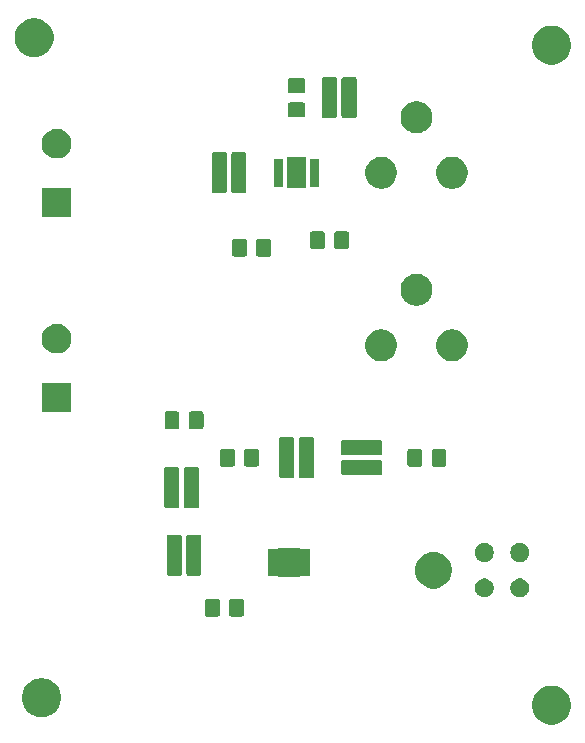
<source format=gbr>
G04 #@! TF.GenerationSoftware,KiCad,Pcbnew,(5.0.1)-3*
G04 #@! TF.CreationDate,2018-12-28T16:37:43-07:00*
G04 #@! TF.ProjectId,New_battery,4E65775F626174746572792E6B696361,rev?*
G04 #@! TF.SameCoordinates,Original*
G04 #@! TF.FileFunction,Soldermask,Top*
G04 #@! TF.FilePolarity,Negative*
%FSLAX46Y46*%
G04 Gerber Fmt 4.6, Leading zero omitted, Abs format (unit mm)*
G04 Created by KiCad (PCBNEW (5.0.1)-3) date 2018-12-28 4:37:43 PM*
%MOMM*%
%LPD*%
G01*
G04 APERTURE LIST*
%ADD10C,0.100000*%
G04 APERTURE END LIST*
D10*
G36*
X263265256Y-117771298D02*
X263371579Y-117792447D01*
X263672042Y-117916903D01*
X263740968Y-117962958D01*
X263942454Y-118097587D01*
X264172413Y-118327546D01*
X264172415Y-118327549D01*
X264353097Y-118597958D01*
X264477553Y-118898421D01*
X264479381Y-118907611D01*
X264541000Y-119217389D01*
X264541000Y-119542611D01*
X264477553Y-119861578D01*
X264353098Y-120162040D01*
X264172413Y-120432454D01*
X263942454Y-120662413D01*
X263942451Y-120662415D01*
X263672042Y-120843097D01*
X263371579Y-120967553D01*
X263265256Y-120988702D01*
X263052611Y-121031000D01*
X262727389Y-121031000D01*
X262514744Y-120988702D01*
X262408421Y-120967553D01*
X262107958Y-120843097D01*
X261837549Y-120662415D01*
X261837546Y-120662413D01*
X261607587Y-120432454D01*
X261426902Y-120162040D01*
X261302447Y-119861578D01*
X261239000Y-119542611D01*
X261239000Y-119217389D01*
X261300619Y-118907611D01*
X261302447Y-118898421D01*
X261426903Y-118597958D01*
X261607585Y-118327549D01*
X261607587Y-118327546D01*
X261837546Y-118097587D01*
X262039032Y-117962958D01*
X262107958Y-117916903D01*
X262408421Y-117792447D01*
X262514744Y-117771298D01*
X262727389Y-117729000D01*
X263052611Y-117729000D01*
X263265256Y-117771298D01*
X263265256Y-117771298D01*
G37*
G36*
X220085256Y-117136298D02*
X220191579Y-117157447D01*
X220492042Y-117281903D01*
X220758852Y-117460180D01*
X220762454Y-117462587D01*
X220992413Y-117692546D01*
X220992415Y-117692549D01*
X221173097Y-117962958D01*
X221297553Y-118263421D01*
X221361000Y-118582391D01*
X221361000Y-118907609D01*
X221299381Y-119217391D01*
X221297553Y-119226578D01*
X221173098Y-119527040D01*
X220992413Y-119797454D01*
X220762454Y-120027413D01*
X220762451Y-120027415D01*
X220492042Y-120208097D01*
X220191579Y-120332553D01*
X220085256Y-120353702D01*
X219872611Y-120396000D01*
X219547389Y-120396000D01*
X219334744Y-120353702D01*
X219228421Y-120332553D01*
X218927958Y-120208097D01*
X218657549Y-120027415D01*
X218657546Y-120027413D01*
X218427587Y-119797454D01*
X218246902Y-119527040D01*
X218122447Y-119226578D01*
X218120620Y-119217391D01*
X218059000Y-118907609D01*
X218059000Y-118582391D01*
X218122447Y-118263421D01*
X218246903Y-117962958D01*
X218427585Y-117692549D01*
X218427587Y-117692546D01*
X218657546Y-117462587D01*
X218661148Y-117460180D01*
X218927958Y-117281903D01*
X219228421Y-117157447D01*
X219334744Y-117136298D01*
X219547389Y-117094000D01*
X219872611Y-117094000D01*
X220085256Y-117136298D01*
X220085256Y-117136298D01*
G37*
G36*
X236683677Y-110378465D02*
X236721364Y-110389898D01*
X236756103Y-110408466D01*
X236786548Y-110433452D01*
X236811534Y-110463897D01*
X236830102Y-110498636D01*
X236841535Y-110536323D01*
X236846000Y-110581661D01*
X236846000Y-111668339D01*
X236841535Y-111713677D01*
X236830102Y-111751364D01*
X236811534Y-111786103D01*
X236786548Y-111816548D01*
X236756103Y-111841534D01*
X236721364Y-111860102D01*
X236683677Y-111871535D01*
X236638339Y-111876000D01*
X235801661Y-111876000D01*
X235756323Y-111871535D01*
X235718636Y-111860102D01*
X235683897Y-111841534D01*
X235653452Y-111816548D01*
X235628466Y-111786103D01*
X235609898Y-111751364D01*
X235598465Y-111713677D01*
X235594000Y-111668339D01*
X235594000Y-110581661D01*
X235598465Y-110536323D01*
X235609898Y-110498636D01*
X235628466Y-110463897D01*
X235653452Y-110433452D01*
X235683897Y-110408466D01*
X235718636Y-110389898D01*
X235756323Y-110378465D01*
X235801661Y-110374000D01*
X236638339Y-110374000D01*
X236683677Y-110378465D01*
X236683677Y-110378465D01*
G37*
G36*
X234633677Y-110378465D02*
X234671364Y-110389898D01*
X234706103Y-110408466D01*
X234736548Y-110433452D01*
X234761534Y-110463897D01*
X234780102Y-110498636D01*
X234791535Y-110536323D01*
X234796000Y-110581661D01*
X234796000Y-111668339D01*
X234791535Y-111713677D01*
X234780102Y-111751364D01*
X234761534Y-111786103D01*
X234736548Y-111816548D01*
X234706103Y-111841534D01*
X234671364Y-111860102D01*
X234633677Y-111871535D01*
X234588339Y-111876000D01*
X233751661Y-111876000D01*
X233706323Y-111871535D01*
X233668636Y-111860102D01*
X233633897Y-111841534D01*
X233603452Y-111816548D01*
X233578466Y-111786103D01*
X233559898Y-111751364D01*
X233548465Y-111713677D01*
X233544000Y-111668339D01*
X233544000Y-110581661D01*
X233548465Y-110536323D01*
X233559898Y-110498636D01*
X233578466Y-110463897D01*
X233603452Y-110433452D01*
X233633897Y-110408466D01*
X233668636Y-110389898D01*
X233706323Y-110378465D01*
X233751661Y-110374000D01*
X234588339Y-110374000D01*
X234633677Y-110378465D01*
X234633677Y-110378465D01*
G37*
G36*
X260438643Y-108679781D02*
X260584415Y-108740162D01*
X260715611Y-108827824D01*
X260827176Y-108939389D01*
X260914838Y-109070585D01*
X260975219Y-109216357D01*
X261006000Y-109371107D01*
X261006000Y-109528893D01*
X260975219Y-109683643D01*
X260914838Y-109829415D01*
X260827176Y-109960611D01*
X260715611Y-110072176D01*
X260584415Y-110159838D01*
X260438643Y-110220219D01*
X260283893Y-110251000D01*
X260126107Y-110251000D01*
X259971357Y-110220219D01*
X259825585Y-110159838D01*
X259694389Y-110072176D01*
X259582824Y-109960611D01*
X259495162Y-109829415D01*
X259434781Y-109683643D01*
X259404000Y-109528893D01*
X259404000Y-109371107D01*
X259434781Y-109216357D01*
X259495162Y-109070585D01*
X259582824Y-108939389D01*
X259694389Y-108827824D01*
X259825585Y-108740162D01*
X259971357Y-108679781D01*
X260126107Y-108649000D01*
X260283893Y-108649000D01*
X260438643Y-108679781D01*
X260438643Y-108679781D01*
G37*
G36*
X257438643Y-108679781D02*
X257584415Y-108740162D01*
X257715611Y-108827824D01*
X257827176Y-108939389D01*
X257914838Y-109070585D01*
X257975219Y-109216357D01*
X258006000Y-109371107D01*
X258006000Y-109528893D01*
X257975219Y-109683643D01*
X257914838Y-109829415D01*
X257827176Y-109960611D01*
X257715611Y-110072176D01*
X257584415Y-110159838D01*
X257438643Y-110220219D01*
X257283893Y-110251000D01*
X257126107Y-110251000D01*
X256971357Y-110220219D01*
X256825585Y-110159838D01*
X256694389Y-110072176D01*
X256582824Y-109960611D01*
X256495162Y-109829415D01*
X256434781Y-109683643D01*
X256404000Y-109528893D01*
X256404000Y-109371107D01*
X256434781Y-109216357D01*
X256495162Y-109070585D01*
X256582824Y-108939389D01*
X256694389Y-108827824D01*
X256825585Y-108740162D01*
X256971357Y-108679781D01*
X257126107Y-108649000D01*
X257283893Y-108649000D01*
X257438643Y-108679781D01*
X257438643Y-108679781D01*
G37*
G36*
X253237527Y-106438736D02*
X253337410Y-106458604D01*
X253619674Y-106575521D01*
X253873705Y-106745259D01*
X254089741Y-106961295D01*
X254259479Y-107215326D01*
X254341772Y-107414000D01*
X254376396Y-107497591D01*
X254436000Y-107797238D01*
X254436000Y-108102762D01*
X254411692Y-108224966D01*
X254376396Y-108402410D01*
X254259479Y-108684674D01*
X254089741Y-108938705D01*
X253873705Y-109154741D01*
X253619674Y-109324479D01*
X253337410Y-109441396D01*
X253237527Y-109461264D01*
X253037762Y-109501000D01*
X252732238Y-109501000D01*
X252532473Y-109461264D01*
X252432590Y-109441396D01*
X252150326Y-109324479D01*
X251896295Y-109154741D01*
X251680259Y-108938705D01*
X251510521Y-108684674D01*
X251393604Y-108402410D01*
X251358308Y-108224966D01*
X251334000Y-108102762D01*
X251334000Y-107797238D01*
X251393604Y-107497591D01*
X251428228Y-107414000D01*
X251510521Y-107215326D01*
X251680259Y-106961295D01*
X251896295Y-106745259D01*
X252150326Y-106575521D01*
X252432590Y-106458604D01*
X252532473Y-106438736D01*
X252732238Y-106399000D01*
X253037762Y-106399000D01*
X253237527Y-106438736D01*
X253237527Y-106438736D01*
G37*
G36*
X241550515Y-106086835D02*
X241562066Y-106108446D01*
X241577612Y-106127388D01*
X241596554Y-106142934D01*
X241618165Y-106154485D01*
X241641614Y-106161598D01*
X241666000Y-106164000D01*
X242416000Y-106164000D01*
X242416000Y-108466000D01*
X241666000Y-108466000D01*
X241641614Y-108468402D01*
X241618165Y-108475515D01*
X241596554Y-108487066D01*
X241577612Y-108502612D01*
X241562066Y-108521554D01*
X241550515Y-108543165D01*
X241543588Y-108566000D01*
X239786412Y-108566000D01*
X239779485Y-108543165D01*
X239767934Y-108521554D01*
X239752388Y-108502612D01*
X239733446Y-108487066D01*
X239711835Y-108475515D01*
X239688386Y-108468402D01*
X239664000Y-108466000D01*
X238914000Y-108466000D01*
X238914000Y-106164000D01*
X239664000Y-106164000D01*
X239688386Y-106161598D01*
X239711835Y-106154485D01*
X239733446Y-106142934D01*
X239752388Y-106127388D01*
X239767934Y-106108446D01*
X239779485Y-106086835D01*
X239786412Y-106064000D01*
X241543588Y-106064000D01*
X241550515Y-106086835D01*
X241550515Y-106086835D01*
G37*
G36*
X233089984Y-104933434D02*
X233127371Y-104944775D01*
X233161826Y-104963191D01*
X233192025Y-104987975D01*
X233216809Y-105018174D01*
X233235225Y-105052629D01*
X233246566Y-105090016D01*
X233251000Y-105135034D01*
X233251000Y-108224966D01*
X233246566Y-108269984D01*
X233235225Y-108307371D01*
X233216809Y-108341826D01*
X233192025Y-108372025D01*
X233161826Y-108396809D01*
X233127371Y-108415225D01*
X233089984Y-108426566D01*
X233044966Y-108431000D01*
X232180034Y-108431000D01*
X232135016Y-108426566D01*
X232097629Y-108415225D01*
X232063174Y-108396809D01*
X232032975Y-108372025D01*
X232008191Y-108341826D01*
X231989775Y-108307371D01*
X231978434Y-108269984D01*
X231974000Y-108224966D01*
X231974000Y-105135034D01*
X231978434Y-105090016D01*
X231989775Y-105052629D01*
X232008191Y-105018174D01*
X232032975Y-104987975D01*
X232063174Y-104963191D01*
X232097629Y-104944775D01*
X232135016Y-104933434D01*
X232180034Y-104929000D01*
X233044966Y-104929000D01*
X233089984Y-104933434D01*
X233089984Y-104933434D01*
G37*
G36*
X231414984Y-104933434D02*
X231452371Y-104944775D01*
X231486826Y-104963191D01*
X231517025Y-104987975D01*
X231541809Y-105018174D01*
X231560225Y-105052629D01*
X231571566Y-105090016D01*
X231576000Y-105135034D01*
X231576000Y-108224966D01*
X231571566Y-108269984D01*
X231560225Y-108307371D01*
X231541809Y-108341826D01*
X231517025Y-108372025D01*
X231486826Y-108396809D01*
X231452371Y-108415225D01*
X231414984Y-108426566D01*
X231369966Y-108431000D01*
X230505034Y-108431000D01*
X230460016Y-108426566D01*
X230422629Y-108415225D01*
X230388174Y-108396809D01*
X230357975Y-108372025D01*
X230333191Y-108341826D01*
X230314775Y-108307371D01*
X230303434Y-108269984D01*
X230299000Y-108224966D01*
X230299000Y-105135034D01*
X230303434Y-105090016D01*
X230314775Y-105052629D01*
X230333191Y-105018174D01*
X230357975Y-104987975D01*
X230388174Y-104963191D01*
X230422629Y-104944775D01*
X230460016Y-104933434D01*
X230505034Y-104929000D01*
X231369966Y-104929000D01*
X231414984Y-104933434D01*
X231414984Y-104933434D01*
G37*
G36*
X260438643Y-105679781D02*
X260584415Y-105740162D01*
X260715611Y-105827824D01*
X260827176Y-105939389D01*
X260914838Y-106070585D01*
X260975219Y-106216357D01*
X261006000Y-106371107D01*
X261006000Y-106528893D01*
X260975219Y-106683643D01*
X260914838Y-106829415D01*
X260827176Y-106960611D01*
X260715611Y-107072176D01*
X260584415Y-107159838D01*
X260438643Y-107220219D01*
X260283893Y-107251000D01*
X260126107Y-107251000D01*
X259971357Y-107220219D01*
X259825585Y-107159838D01*
X259694389Y-107072176D01*
X259582824Y-106960611D01*
X259495162Y-106829415D01*
X259434781Y-106683643D01*
X259404000Y-106528893D01*
X259404000Y-106371107D01*
X259434781Y-106216357D01*
X259495162Y-106070585D01*
X259582824Y-105939389D01*
X259694389Y-105827824D01*
X259825585Y-105740162D01*
X259971357Y-105679781D01*
X260126107Y-105649000D01*
X260283893Y-105649000D01*
X260438643Y-105679781D01*
X260438643Y-105679781D01*
G37*
G36*
X257438643Y-105679781D02*
X257584415Y-105740162D01*
X257715611Y-105827824D01*
X257827176Y-105939389D01*
X257914838Y-106070585D01*
X257975219Y-106216357D01*
X258006000Y-106371107D01*
X258006000Y-106528893D01*
X257975219Y-106683643D01*
X257914838Y-106829415D01*
X257827176Y-106960611D01*
X257715611Y-107072176D01*
X257584415Y-107159838D01*
X257438643Y-107220219D01*
X257283893Y-107251000D01*
X257126107Y-107251000D01*
X256971357Y-107220219D01*
X256825585Y-107159838D01*
X256694389Y-107072176D01*
X256582824Y-106960611D01*
X256495162Y-106829415D01*
X256434781Y-106683643D01*
X256404000Y-106528893D01*
X256404000Y-106371107D01*
X256434781Y-106216357D01*
X256495162Y-106070585D01*
X256582824Y-105939389D01*
X256694389Y-105827824D01*
X256825585Y-105740162D01*
X256971357Y-105679781D01*
X257126107Y-105649000D01*
X257283893Y-105649000D01*
X257438643Y-105679781D01*
X257438643Y-105679781D01*
G37*
G36*
X232887484Y-99218434D02*
X232924871Y-99229775D01*
X232959326Y-99248191D01*
X232989525Y-99272975D01*
X233014309Y-99303174D01*
X233032725Y-99337629D01*
X233044066Y-99375016D01*
X233048500Y-99420034D01*
X233048500Y-102509966D01*
X233044066Y-102554984D01*
X233032725Y-102592371D01*
X233014309Y-102626826D01*
X232989525Y-102657025D01*
X232959326Y-102681809D01*
X232924871Y-102700225D01*
X232887484Y-102711566D01*
X232842466Y-102716000D01*
X231977534Y-102716000D01*
X231932516Y-102711566D01*
X231895129Y-102700225D01*
X231860674Y-102681809D01*
X231830475Y-102657025D01*
X231805691Y-102626826D01*
X231787275Y-102592371D01*
X231775934Y-102554984D01*
X231771500Y-102509966D01*
X231771500Y-99420034D01*
X231775934Y-99375016D01*
X231787275Y-99337629D01*
X231805691Y-99303174D01*
X231830475Y-99272975D01*
X231860674Y-99248191D01*
X231895129Y-99229775D01*
X231932516Y-99218434D01*
X231977534Y-99214000D01*
X232842466Y-99214000D01*
X232887484Y-99218434D01*
X232887484Y-99218434D01*
G37*
G36*
X231212484Y-99218434D02*
X231249871Y-99229775D01*
X231284326Y-99248191D01*
X231314525Y-99272975D01*
X231339309Y-99303174D01*
X231357725Y-99337629D01*
X231369066Y-99375016D01*
X231373500Y-99420034D01*
X231373500Y-102509966D01*
X231369066Y-102554984D01*
X231357725Y-102592371D01*
X231339309Y-102626826D01*
X231314525Y-102657025D01*
X231284326Y-102681809D01*
X231249871Y-102700225D01*
X231212484Y-102711566D01*
X231167466Y-102716000D01*
X230302534Y-102716000D01*
X230257516Y-102711566D01*
X230220129Y-102700225D01*
X230185674Y-102681809D01*
X230155475Y-102657025D01*
X230130691Y-102626826D01*
X230112275Y-102592371D01*
X230100934Y-102554984D01*
X230096500Y-102509966D01*
X230096500Y-99420034D01*
X230100934Y-99375016D01*
X230112275Y-99337629D01*
X230130691Y-99303174D01*
X230155475Y-99272975D01*
X230185674Y-99248191D01*
X230220129Y-99229775D01*
X230257516Y-99218434D01*
X230302534Y-99214000D01*
X231167466Y-99214000D01*
X231212484Y-99218434D01*
X231212484Y-99218434D01*
G37*
G36*
X240939984Y-96678434D02*
X240977371Y-96689775D01*
X241011826Y-96708191D01*
X241042025Y-96732975D01*
X241066809Y-96763174D01*
X241085225Y-96797629D01*
X241096566Y-96835016D01*
X241101000Y-96880034D01*
X241101000Y-99969966D01*
X241096566Y-100014984D01*
X241085225Y-100052371D01*
X241066809Y-100086826D01*
X241042025Y-100117025D01*
X241011826Y-100141809D01*
X240977371Y-100160225D01*
X240939984Y-100171566D01*
X240894966Y-100176000D01*
X240030034Y-100176000D01*
X239985016Y-100171566D01*
X239947629Y-100160225D01*
X239913174Y-100141809D01*
X239882975Y-100117025D01*
X239858191Y-100086826D01*
X239839775Y-100052371D01*
X239828434Y-100014984D01*
X239824000Y-99969966D01*
X239824000Y-96880034D01*
X239828434Y-96835016D01*
X239839775Y-96797629D01*
X239858191Y-96763174D01*
X239882975Y-96732975D01*
X239913174Y-96708191D01*
X239947629Y-96689775D01*
X239985016Y-96678434D01*
X240030034Y-96674000D01*
X240894966Y-96674000D01*
X240939984Y-96678434D01*
X240939984Y-96678434D01*
G37*
G36*
X242614984Y-96678434D02*
X242652371Y-96689775D01*
X242686826Y-96708191D01*
X242717025Y-96732975D01*
X242741809Y-96763174D01*
X242760225Y-96797629D01*
X242771566Y-96835016D01*
X242776000Y-96880034D01*
X242776000Y-99969966D01*
X242771566Y-100014984D01*
X242760225Y-100052371D01*
X242741809Y-100086826D01*
X242717025Y-100117025D01*
X242686826Y-100141809D01*
X242652371Y-100160225D01*
X242614984Y-100171566D01*
X242569966Y-100176000D01*
X241705034Y-100176000D01*
X241660016Y-100171566D01*
X241622629Y-100160225D01*
X241588174Y-100141809D01*
X241557975Y-100117025D01*
X241533191Y-100086826D01*
X241514775Y-100052371D01*
X241503434Y-100014984D01*
X241499000Y-99969966D01*
X241499000Y-96880034D01*
X241503434Y-96835016D01*
X241514775Y-96797629D01*
X241533191Y-96763174D01*
X241557975Y-96732975D01*
X241588174Y-96708191D01*
X241622629Y-96689775D01*
X241660016Y-96678434D01*
X241705034Y-96674000D01*
X242569966Y-96674000D01*
X242614984Y-96678434D01*
X242614984Y-96678434D01*
G37*
G36*
X248402484Y-98628434D02*
X248439871Y-98639775D01*
X248474326Y-98658191D01*
X248504525Y-98682975D01*
X248529309Y-98713174D01*
X248547725Y-98747629D01*
X248559066Y-98785016D01*
X248563500Y-98830034D01*
X248563500Y-99694966D01*
X248559066Y-99739984D01*
X248547725Y-99777371D01*
X248529309Y-99811826D01*
X248504525Y-99842025D01*
X248474326Y-99866809D01*
X248439871Y-99885225D01*
X248402484Y-99896566D01*
X248357466Y-99901000D01*
X245267534Y-99901000D01*
X245222516Y-99896566D01*
X245185129Y-99885225D01*
X245150674Y-99866809D01*
X245120475Y-99842025D01*
X245095691Y-99811826D01*
X245077275Y-99777371D01*
X245065934Y-99739984D01*
X245061500Y-99694966D01*
X245061500Y-98830034D01*
X245065934Y-98785016D01*
X245077275Y-98747629D01*
X245095691Y-98713174D01*
X245120475Y-98682975D01*
X245150674Y-98658191D01*
X245185129Y-98639775D01*
X245222516Y-98628434D01*
X245267534Y-98624000D01*
X248357466Y-98624000D01*
X248402484Y-98628434D01*
X248402484Y-98628434D01*
G37*
G36*
X237953677Y-97678465D02*
X237991364Y-97689898D01*
X238026103Y-97708466D01*
X238056548Y-97733452D01*
X238081534Y-97763897D01*
X238100102Y-97798636D01*
X238111535Y-97836323D01*
X238116000Y-97881661D01*
X238116000Y-98968339D01*
X238111535Y-99013677D01*
X238100102Y-99051364D01*
X238081534Y-99086103D01*
X238056548Y-99116548D01*
X238026103Y-99141534D01*
X237991364Y-99160102D01*
X237953677Y-99171535D01*
X237908339Y-99176000D01*
X237071661Y-99176000D01*
X237026323Y-99171535D01*
X236988636Y-99160102D01*
X236953897Y-99141534D01*
X236923452Y-99116548D01*
X236898466Y-99086103D01*
X236879898Y-99051364D01*
X236868465Y-99013677D01*
X236864000Y-98968339D01*
X236864000Y-97881661D01*
X236868465Y-97836323D01*
X236879898Y-97798636D01*
X236898466Y-97763897D01*
X236923452Y-97733452D01*
X236953897Y-97708466D01*
X236988636Y-97689898D01*
X237026323Y-97678465D01*
X237071661Y-97674000D01*
X237908339Y-97674000D01*
X237953677Y-97678465D01*
X237953677Y-97678465D01*
G37*
G36*
X251778677Y-97678465D02*
X251816364Y-97689898D01*
X251851103Y-97708466D01*
X251881548Y-97733452D01*
X251906534Y-97763897D01*
X251925102Y-97798636D01*
X251936535Y-97836323D01*
X251941000Y-97881661D01*
X251941000Y-98968339D01*
X251936535Y-99013677D01*
X251925102Y-99051364D01*
X251906534Y-99086103D01*
X251881548Y-99116548D01*
X251851103Y-99141534D01*
X251816364Y-99160102D01*
X251778677Y-99171535D01*
X251733339Y-99176000D01*
X250896661Y-99176000D01*
X250851323Y-99171535D01*
X250813636Y-99160102D01*
X250778897Y-99141534D01*
X250748452Y-99116548D01*
X250723466Y-99086103D01*
X250704898Y-99051364D01*
X250693465Y-99013677D01*
X250689000Y-98968339D01*
X250689000Y-97881661D01*
X250693465Y-97836323D01*
X250704898Y-97798636D01*
X250723466Y-97763897D01*
X250748452Y-97733452D01*
X250778897Y-97708466D01*
X250813636Y-97689898D01*
X250851323Y-97678465D01*
X250896661Y-97674000D01*
X251733339Y-97674000D01*
X251778677Y-97678465D01*
X251778677Y-97678465D01*
G37*
G36*
X253828677Y-97678465D02*
X253866364Y-97689898D01*
X253901103Y-97708466D01*
X253931548Y-97733452D01*
X253956534Y-97763897D01*
X253975102Y-97798636D01*
X253986535Y-97836323D01*
X253991000Y-97881661D01*
X253991000Y-98968339D01*
X253986535Y-99013677D01*
X253975102Y-99051364D01*
X253956534Y-99086103D01*
X253931548Y-99116548D01*
X253901103Y-99141534D01*
X253866364Y-99160102D01*
X253828677Y-99171535D01*
X253783339Y-99176000D01*
X252946661Y-99176000D01*
X252901323Y-99171535D01*
X252863636Y-99160102D01*
X252828897Y-99141534D01*
X252798452Y-99116548D01*
X252773466Y-99086103D01*
X252754898Y-99051364D01*
X252743465Y-99013677D01*
X252739000Y-98968339D01*
X252739000Y-97881661D01*
X252743465Y-97836323D01*
X252754898Y-97798636D01*
X252773466Y-97763897D01*
X252798452Y-97733452D01*
X252828897Y-97708466D01*
X252863636Y-97689898D01*
X252901323Y-97678465D01*
X252946661Y-97674000D01*
X253783339Y-97674000D01*
X253828677Y-97678465D01*
X253828677Y-97678465D01*
G37*
G36*
X235903677Y-97678465D02*
X235941364Y-97689898D01*
X235976103Y-97708466D01*
X236006548Y-97733452D01*
X236031534Y-97763897D01*
X236050102Y-97798636D01*
X236061535Y-97836323D01*
X236066000Y-97881661D01*
X236066000Y-98968339D01*
X236061535Y-99013677D01*
X236050102Y-99051364D01*
X236031534Y-99086103D01*
X236006548Y-99116548D01*
X235976103Y-99141534D01*
X235941364Y-99160102D01*
X235903677Y-99171535D01*
X235858339Y-99176000D01*
X235021661Y-99176000D01*
X234976323Y-99171535D01*
X234938636Y-99160102D01*
X234903897Y-99141534D01*
X234873452Y-99116548D01*
X234848466Y-99086103D01*
X234829898Y-99051364D01*
X234818465Y-99013677D01*
X234814000Y-98968339D01*
X234814000Y-97881661D01*
X234818465Y-97836323D01*
X234829898Y-97798636D01*
X234848466Y-97763897D01*
X234873452Y-97733452D01*
X234903897Y-97708466D01*
X234938636Y-97689898D01*
X234976323Y-97678465D01*
X235021661Y-97674000D01*
X235858339Y-97674000D01*
X235903677Y-97678465D01*
X235903677Y-97678465D01*
G37*
G36*
X248402484Y-96953434D02*
X248439871Y-96964775D01*
X248474326Y-96983191D01*
X248504525Y-97007975D01*
X248529309Y-97038174D01*
X248547725Y-97072629D01*
X248559066Y-97110016D01*
X248563500Y-97155034D01*
X248563500Y-98019966D01*
X248559066Y-98064984D01*
X248547725Y-98102371D01*
X248529309Y-98136826D01*
X248504525Y-98167025D01*
X248474326Y-98191809D01*
X248439871Y-98210225D01*
X248402484Y-98221566D01*
X248357466Y-98226000D01*
X245267534Y-98226000D01*
X245222516Y-98221566D01*
X245185129Y-98210225D01*
X245150674Y-98191809D01*
X245120475Y-98167025D01*
X245095691Y-98136826D01*
X245077275Y-98102371D01*
X245065934Y-98064984D01*
X245061500Y-98019966D01*
X245061500Y-97155034D01*
X245065934Y-97110016D01*
X245077275Y-97072629D01*
X245095691Y-97038174D01*
X245120475Y-97007975D01*
X245150674Y-96983191D01*
X245185129Y-96964775D01*
X245222516Y-96953434D01*
X245267534Y-96949000D01*
X248357466Y-96949000D01*
X248402484Y-96953434D01*
X248402484Y-96953434D01*
G37*
G36*
X233263677Y-94503465D02*
X233301364Y-94514898D01*
X233336103Y-94533466D01*
X233366548Y-94558452D01*
X233391534Y-94588897D01*
X233410102Y-94623636D01*
X233421535Y-94661323D01*
X233426000Y-94706661D01*
X233426000Y-95793339D01*
X233421535Y-95838677D01*
X233410102Y-95876364D01*
X233391534Y-95911103D01*
X233366548Y-95941548D01*
X233336103Y-95966534D01*
X233301364Y-95985102D01*
X233263677Y-95996535D01*
X233218339Y-96001000D01*
X232381661Y-96001000D01*
X232336323Y-95996535D01*
X232298636Y-95985102D01*
X232263897Y-95966534D01*
X232233452Y-95941548D01*
X232208466Y-95911103D01*
X232189898Y-95876364D01*
X232178465Y-95838677D01*
X232174000Y-95793339D01*
X232174000Y-94706661D01*
X232178465Y-94661323D01*
X232189898Y-94623636D01*
X232208466Y-94588897D01*
X232233452Y-94558452D01*
X232263897Y-94533466D01*
X232298636Y-94514898D01*
X232336323Y-94503465D01*
X232381661Y-94499000D01*
X233218339Y-94499000D01*
X233263677Y-94503465D01*
X233263677Y-94503465D01*
G37*
G36*
X231213677Y-94503465D02*
X231251364Y-94514898D01*
X231286103Y-94533466D01*
X231316548Y-94558452D01*
X231341534Y-94588897D01*
X231360102Y-94623636D01*
X231371535Y-94661323D01*
X231376000Y-94706661D01*
X231376000Y-95793339D01*
X231371535Y-95838677D01*
X231360102Y-95876364D01*
X231341534Y-95911103D01*
X231316548Y-95941548D01*
X231286103Y-95966534D01*
X231251364Y-95985102D01*
X231213677Y-95996535D01*
X231168339Y-96001000D01*
X230331661Y-96001000D01*
X230286323Y-95996535D01*
X230248636Y-95985102D01*
X230213897Y-95966534D01*
X230183452Y-95941548D01*
X230158466Y-95911103D01*
X230139898Y-95876364D01*
X230128465Y-95838677D01*
X230124000Y-95793339D01*
X230124000Y-94706661D01*
X230128465Y-94661323D01*
X230139898Y-94623636D01*
X230158466Y-94588897D01*
X230183452Y-94558452D01*
X230213897Y-94533466D01*
X230248636Y-94514898D01*
X230286323Y-94503465D01*
X230331661Y-94499000D01*
X231168339Y-94499000D01*
X231213677Y-94503465D01*
X231213677Y-94503465D01*
G37*
G36*
X222231000Y-94596000D02*
X219729000Y-94596000D01*
X219729000Y-92094000D01*
X222231000Y-92094000D01*
X222231000Y-94596000D01*
X222231000Y-94596000D01*
G37*
G36*
X248723567Y-87574959D02*
X248854072Y-87600918D01*
X249099939Y-87702759D01*
X249320464Y-87850110D01*
X249321215Y-87850612D01*
X249509388Y-88038785D01*
X249509390Y-88038788D01*
X249657241Y-88260061D01*
X249743460Y-88468213D01*
X249759082Y-88505929D01*
X249799655Y-88709900D01*
X249811000Y-88766938D01*
X249811000Y-89033062D01*
X249759082Y-89294072D01*
X249657241Y-89539939D01*
X249509890Y-89760464D01*
X249509388Y-89761215D01*
X249321215Y-89949388D01*
X249321212Y-89949390D01*
X249099939Y-90097241D01*
X248854072Y-90199082D01*
X248723567Y-90225041D01*
X248593063Y-90251000D01*
X248326937Y-90251000D01*
X248196433Y-90225041D01*
X248065928Y-90199082D01*
X247820061Y-90097241D01*
X247598788Y-89949390D01*
X247598785Y-89949388D01*
X247410612Y-89761215D01*
X247410110Y-89760464D01*
X247262759Y-89539939D01*
X247160918Y-89294072D01*
X247109000Y-89033062D01*
X247109000Y-88766938D01*
X247120346Y-88709900D01*
X247160918Y-88505929D01*
X247176540Y-88468213D01*
X247262759Y-88260061D01*
X247410610Y-88038788D01*
X247410612Y-88038785D01*
X247598785Y-87850612D01*
X247599536Y-87850110D01*
X247820061Y-87702759D01*
X248065928Y-87600918D01*
X248196433Y-87574959D01*
X248326937Y-87549000D01*
X248593063Y-87549000D01*
X248723567Y-87574959D01*
X248723567Y-87574959D01*
G37*
G36*
X254723567Y-87574959D02*
X254854072Y-87600918D01*
X255099939Y-87702759D01*
X255320464Y-87850110D01*
X255321215Y-87850612D01*
X255509388Y-88038785D01*
X255509390Y-88038788D01*
X255657241Y-88260061D01*
X255743460Y-88468213D01*
X255759082Y-88505929D01*
X255799655Y-88709900D01*
X255811000Y-88766938D01*
X255811000Y-89033062D01*
X255759082Y-89294072D01*
X255657241Y-89539939D01*
X255509890Y-89760464D01*
X255509388Y-89761215D01*
X255321215Y-89949388D01*
X255321212Y-89949390D01*
X255099939Y-90097241D01*
X254854072Y-90199082D01*
X254723567Y-90225041D01*
X254593063Y-90251000D01*
X254326937Y-90251000D01*
X254196433Y-90225041D01*
X254065928Y-90199082D01*
X253820061Y-90097241D01*
X253598788Y-89949390D01*
X253598785Y-89949388D01*
X253410612Y-89761215D01*
X253410110Y-89760464D01*
X253262759Y-89539939D01*
X253160918Y-89294072D01*
X253109000Y-89033062D01*
X253109000Y-88766938D01*
X253120346Y-88709900D01*
X253160918Y-88505929D01*
X253176540Y-88468213D01*
X253262759Y-88260061D01*
X253410610Y-88038788D01*
X253410612Y-88038785D01*
X253598785Y-87850612D01*
X253599536Y-87850110D01*
X253820061Y-87702759D01*
X254065928Y-87600918D01*
X254196433Y-87574959D01*
X254326937Y-87549000D01*
X254593063Y-87549000D01*
X254723567Y-87574959D01*
X254723567Y-87574959D01*
G37*
G36*
X221163635Y-87106019D02*
X221344903Y-87142075D01*
X221572571Y-87236378D01*
X221776542Y-87372668D01*
X221777469Y-87373287D01*
X221951713Y-87547531D01*
X221951715Y-87547534D01*
X222088622Y-87752429D01*
X222182925Y-87980097D01*
X222231000Y-88221787D01*
X222231000Y-88468213D01*
X222182925Y-88709903D01*
X222088622Y-88937571D01*
X222024816Y-89033063D01*
X221951713Y-89142469D01*
X221777469Y-89316713D01*
X221777466Y-89316715D01*
X221572571Y-89453622D01*
X221344903Y-89547925D01*
X221163635Y-89583981D01*
X221103214Y-89596000D01*
X220856786Y-89596000D01*
X220796365Y-89583981D01*
X220615097Y-89547925D01*
X220387429Y-89453622D01*
X220182534Y-89316715D01*
X220182531Y-89316713D01*
X220008287Y-89142469D01*
X219935184Y-89033063D01*
X219871378Y-88937571D01*
X219777075Y-88709903D01*
X219729000Y-88468213D01*
X219729000Y-88221787D01*
X219777075Y-87980097D01*
X219871378Y-87752429D01*
X220008285Y-87547534D01*
X220008287Y-87547531D01*
X220182531Y-87373287D01*
X220183458Y-87372668D01*
X220387429Y-87236378D01*
X220615097Y-87142075D01*
X220796365Y-87106019D01*
X220856786Y-87094000D01*
X221103214Y-87094000D01*
X221163635Y-87106019D01*
X221163635Y-87106019D01*
G37*
G36*
X251723567Y-82874959D02*
X251854072Y-82900918D01*
X252099939Y-83002759D01*
X252320464Y-83150110D01*
X252321215Y-83150612D01*
X252509388Y-83338785D01*
X252509390Y-83338788D01*
X252657241Y-83560061D01*
X252759082Y-83805928D01*
X252811000Y-84066938D01*
X252811000Y-84333062D01*
X252759082Y-84594072D01*
X252657241Y-84839939D01*
X252509890Y-85060464D01*
X252509388Y-85061215D01*
X252321215Y-85249388D01*
X252321212Y-85249390D01*
X252099939Y-85397241D01*
X251854072Y-85499082D01*
X251723567Y-85525041D01*
X251593063Y-85551000D01*
X251326937Y-85551000D01*
X251196433Y-85525041D01*
X251065928Y-85499082D01*
X250820061Y-85397241D01*
X250598788Y-85249390D01*
X250598785Y-85249388D01*
X250410612Y-85061215D01*
X250410110Y-85060464D01*
X250262759Y-84839939D01*
X250160918Y-84594072D01*
X250109000Y-84333062D01*
X250109000Y-84066938D01*
X250160918Y-83805928D01*
X250262759Y-83560061D01*
X250410610Y-83338788D01*
X250410612Y-83338785D01*
X250598785Y-83150612D01*
X250599536Y-83150110D01*
X250820061Y-83002759D01*
X251065928Y-82900918D01*
X251196433Y-82874959D01*
X251326937Y-82849000D01*
X251593063Y-82849000D01*
X251723567Y-82874959D01*
X251723567Y-82874959D01*
G37*
G36*
X236928677Y-79898465D02*
X236966364Y-79909898D01*
X237001103Y-79928466D01*
X237031548Y-79953452D01*
X237056534Y-79983897D01*
X237075102Y-80018636D01*
X237086535Y-80056323D01*
X237091000Y-80101661D01*
X237091000Y-81188339D01*
X237086535Y-81233677D01*
X237075102Y-81271364D01*
X237056534Y-81306103D01*
X237031548Y-81336548D01*
X237001103Y-81361534D01*
X236966364Y-81380102D01*
X236928677Y-81391535D01*
X236883339Y-81396000D01*
X236046661Y-81396000D01*
X236001323Y-81391535D01*
X235963636Y-81380102D01*
X235928897Y-81361534D01*
X235898452Y-81336548D01*
X235873466Y-81306103D01*
X235854898Y-81271364D01*
X235843465Y-81233677D01*
X235839000Y-81188339D01*
X235839000Y-80101661D01*
X235843465Y-80056323D01*
X235854898Y-80018636D01*
X235873466Y-79983897D01*
X235898452Y-79953452D01*
X235928897Y-79928466D01*
X235963636Y-79909898D01*
X236001323Y-79898465D01*
X236046661Y-79894000D01*
X236883339Y-79894000D01*
X236928677Y-79898465D01*
X236928677Y-79898465D01*
G37*
G36*
X238978677Y-79898465D02*
X239016364Y-79909898D01*
X239051103Y-79928466D01*
X239081548Y-79953452D01*
X239106534Y-79983897D01*
X239125102Y-80018636D01*
X239136535Y-80056323D01*
X239141000Y-80101661D01*
X239141000Y-81188339D01*
X239136535Y-81233677D01*
X239125102Y-81271364D01*
X239106534Y-81306103D01*
X239081548Y-81336548D01*
X239051103Y-81361534D01*
X239016364Y-81380102D01*
X238978677Y-81391535D01*
X238933339Y-81396000D01*
X238096661Y-81396000D01*
X238051323Y-81391535D01*
X238013636Y-81380102D01*
X237978897Y-81361534D01*
X237948452Y-81336548D01*
X237923466Y-81306103D01*
X237904898Y-81271364D01*
X237893465Y-81233677D01*
X237889000Y-81188339D01*
X237889000Y-80101661D01*
X237893465Y-80056323D01*
X237904898Y-80018636D01*
X237923466Y-79983897D01*
X237948452Y-79953452D01*
X237978897Y-79928466D01*
X238013636Y-79909898D01*
X238051323Y-79898465D01*
X238096661Y-79894000D01*
X238933339Y-79894000D01*
X238978677Y-79898465D01*
X238978677Y-79898465D01*
G37*
G36*
X245573677Y-79263465D02*
X245611364Y-79274898D01*
X245646103Y-79293466D01*
X245676548Y-79318452D01*
X245701534Y-79348897D01*
X245720102Y-79383636D01*
X245731535Y-79421323D01*
X245736000Y-79466661D01*
X245736000Y-80553339D01*
X245731535Y-80598677D01*
X245720102Y-80636364D01*
X245701534Y-80671103D01*
X245676548Y-80701548D01*
X245646103Y-80726534D01*
X245611364Y-80745102D01*
X245573677Y-80756535D01*
X245528339Y-80761000D01*
X244691661Y-80761000D01*
X244646323Y-80756535D01*
X244608636Y-80745102D01*
X244573897Y-80726534D01*
X244543452Y-80701548D01*
X244518466Y-80671103D01*
X244499898Y-80636364D01*
X244488465Y-80598677D01*
X244484000Y-80553339D01*
X244484000Y-79466661D01*
X244488465Y-79421323D01*
X244499898Y-79383636D01*
X244518466Y-79348897D01*
X244543452Y-79318452D01*
X244573897Y-79293466D01*
X244608636Y-79274898D01*
X244646323Y-79263465D01*
X244691661Y-79259000D01*
X245528339Y-79259000D01*
X245573677Y-79263465D01*
X245573677Y-79263465D01*
G37*
G36*
X243523677Y-79263465D02*
X243561364Y-79274898D01*
X243596103Y-79293466D01*
X243626548Y-79318452D01*
X243651534Y-79348897D01*
X243670102Y-79383636D01*
X243681535Y-79421323D01*
X243686000Y-79466661D01*
X243686000Y-80553339D01*
X243681535Y-80598677D01*
X243670102Y-80636364D01*
X243651534Y-80671103D01*
X243626548Y-80701548D01*
X243596103Y-80726534D01*
X243561364Y-80745102D01*
X243523677Y-80756535D01*
X243478339Y-80761000D01*
X242641661Y-80761000D01*
X242596323Y-80756535D01*
X242558636Y-80745102D01*
X242523897Y-80726534D01*
X242493452Y-80701548D01*
X242468466Y-80671103D01*
X242449898Y-80636364D01*
X242438465Y-80598677D01*
X242434000Y-80553339D01*
X242434000Y-79466661D01*
X242438465Y-79421323D01*
X242449898Y-79383636D01*
X242468466Y-79348897D01*
X242493452Y-79318452D01*
X242523897Y-79293466D01*
X242558636Y-79274898D01*
X242596323Y-79263465D01*
X242641661Y-79259000D01*
X243478339Y-79259000D01*
X243523677Y-79263465D01*
X243523677Y-79263465D01*
G37*
G36*
X222231000Y-78086000D02*
X219729000Y-78086000D01*
X219729000Y-75584000D01*
X222231000Y-75584000D01*
X222231000Y-78086000D01*
X222231000Y-78086000D01*
G37*
G36*
X235224984Y-72548434D02*
X235262371Y-72559775D01*
X235296826Y-72578191D01*
X235327025Y-72602975D01*
X235351809Y-72633174D01*
X235370225Y-72667629D01*
X235381566Y-72705016D01*
X235386000Y-72750034D01*
X235386000Y-75839966D01*
X235381566Y-75884984D01*
X235370225Y-75922371D01*
X235351809Y-75956826D01*
X235327025Y-75987025D01*
X235296826Y-76011809D01*
X235262371Y-76030225D01*
X235224984Y-76041566D01*
X235179966Y-76046000D01*
X234315034Y-76046000D01*
X234270016Y-76041566D01*
X234232629Y-76030225D01*
X234198174Y-76011809D01*
X234167975Y-75987025D01*
X234143191Y-75956826D01*
X234124775Y-75922371D01*
X234113434Y-75884984D01*
X234109000Y-75839966D01*
X234109000Y-72750034D01*
X234113434Y-72705016D01*
X234124775Y-72667629D01*
X234143191Y-72633174D01*
X234167975Y-72602975D01*
X234198174Y-72578191D01*
X234232629Y-72559775D01*
X234270016Y-72548434D01*
X234315034Y-72544000D01*
X235179966Y-72544000D01*
X235224984Y-72548434D01*
X235224984Y-72548434D01*
G37*
G36*
X236899984Y-72548434D02*
X236937371Y-72559775D01*
X236971826Y-72578191D01*
X237002025Y-72602975D01*
X237026809Y-72633174D01*
X237045225Y-72667629D01*
X237056566Y-72705016D01*
X237061000Y-72750034D01*
X237061000Y-75839966D01*
X237056566Y-75884984D01*
X237045225Y-75922371D01*
X237026809Y-75956826D01*
X237002025Y-75987025D01*
X236971826Y-76011809D01*
X236937371Y-76030225D01*
X236899984Y-76041566D01*
X236854966Y-76046000D01*
X235990034Y-76046000D01*
X235945016Y-76041566D01*
X235907629Y-76030225D01*
X235873174Y-76011809D01*
X235842975Y-75987025D01*
X235818191Y-75956826D01*
X235799775Y-75922371D01*
X235788434Y-75884984D01*
X235784000Y-75839966D01*
X235784000Y-72750034D01*
X235788434Y-72705016D01*
X235799775Y-72667629D01*
X235818191Y-72633174D01*
X235842975Y-72602975D01*
X235873174Y-72578191D01*
X235907629Y-72559775D01*
X235945016Y-72548434D01*
X235990034Y-72544000D01*
X236854966Y-72544000D01*
X236899984Y-72548434D01*
X236899984Y-72548434D01*
G37*
G36*
X248723567Y-72969959D02*
X248854072Y-72995918D01*
X249099939Y-73097759D01*
X249320464Y-73245110D01*
X249321215Y-73245612D01*
X249509388Y-73433785D01*
X249509390Y-73433788D01*
X249657241Y-73655061D01*
X249759082Y-73900928D01*
X249811000Y-74161938D01*
X249811000Y-74428062D01*
X249759082Y-74689072D01*
X249657241Y-74934939D01*
X249550959Y-75094000D01*
X249509388Y-75156215D01*
X249321215Y-75344388D01*
X249321212Y-75344390D01*
X249099939Y-75492241D01*
X248854072Y-75594082D01*
X248723567Y-75620041D01*
X248593063Y-75646000D01*
X248326937Y-75646000D01*
X248196433Y-75620041D01*
X248065928Y-75594082D01*
X247820061Y-75492241D01*
X247598788Y-75344390D01*
X247598785Y-75344388D01*
X247410612Y-75156215D01*
X247369041Y-75094000D01*
X247262759Y-74934939D01*
X247160918Y-74689072D01*
X247109000Y-74428062D01*
X247109000Y-74161938D01*
X247160918Y-73900928D01*
X247262759Y-73655061D01*
X247410610Y-73433788D01*
X247410612Y-73433785D01*
X247598785Y-73245612D01*
X247599536Y-73245110D01*
X247820061Y-73097759D01*
X248065928Y-72995918D01*
X248196433Y-72969959D01*
X248326937Y-72944000D01*
X248593063Y-72944000D01*
X248723567Y-72969959D01*
X248723567Y-72969959D01*
G37*
G36*
X254723567Y-72969959D02*
X254854072Y-72995918D01*
X255099939Y-73097759D01*
X255320464Y-73245110D01*
X255321215Y-73245612D01*
X255509388Y-73433785D01*
X255509390Y-73433788D01*
X255657241Y-73655061D01*
X255759082Y-73900928D01*
X255811000Y-74161938D01*
X255811000Y-74428062D01*
X255759082Y-74689072D01*
X255657241Y-74934939D01*
X255550959Y-75094000D01*
X255509388Y-75156215D01*
X255321215Y-75344388D01*
X255321212Y-75344390D01*
X255099939Y-75492241D01*
X254854072Y-75594082D01*
X254723567Y-75620041D01*
X254593063Y-75646000D01*
X254326937Y-75646000D01*
X254196433Y-75620041D01*
X254065928Y-75594082D01*
X253820061Y-75492241D01*
X253598788Y-75344390D01*
X253598785Y-75344388D01*
X253410612Y-75156215D01*
X253369041Y-75094000D01*
X253262759Y-74934939D01*
X253160918Y-74689072D01*
X253109000Y-74428062D01*
X253109000Y-74161938D01*
X253160918Y-73900928D01*
X253262759Y-73655061D01*
X253410610Y-73433788D01*
X253410612Y-73433785D01*
X253598785Y-73245612D01*
X253599536Y-73245110D01*
X253820061Y-73097759D01*
X254065928Y-72995918D01*
X254196433Y-72969959D01*
X254326937Y-72944000D01*
X254593063Y-72944000D01*
X254723567Y-72969959D01*
X254723567Y-72969959D01*
G37*
G36*
X242126000Y-75586000D02*
X240474000Y-75586000D01*
X240474000Y-73004000D01*
X242126000Y-73004000D01*
X242126000Y-75586000D01*
X242126000Y-75586000D01*
G37*
G36*
X240126000Y-75496000D02*
X239374000Y-75496000D01*
X239374000Y-73094000D01*
X240126000Y-73094000D01*
X240126000Y-75496000D01*
X240126000Y-75496000D01*
G37*
G36*
X243226000Y-75496000D02*
X242474000Y-75496000D01*
X242474000Y-73094000D01*
X243226000Y-73094000D01*
X243226000Y-75496000D01*
X243226000Y-75496000D01*
G37*
G36*
X221163635Y-70596019D02*
X221344903Y-70632075D01*
X221572571Y-70726378D01*
X221776542Y-70862668D01*
X221777469Y-70863287D01*
X221951713Y-71037531D01*
X221951715Y-71037534D01*
X222088622Y-71242429D01*
X222182925Y-71470097D01*
X222231000Y-71711787D01*
X222231000Y-71958213D01*
X222182925Y-72199903D01*
X222088622Y-72427571D01*
X221980230Y-72589790D01*
X221951713Y-72632469D01*
X221777469Y-72806713D01*
X221777466Y-72806715D01*
X221572571Y-72943622D01*
X221344903Y-73037925D01*
X221163636Y-73073981D01*
X221103214Y-73086000D01*
X220856786Y-73086000D01*
X220796364Y-73073981D01*
X220615097Y-73037925D01*
X220387429Y-72943622D01*
X220182534Y-72806715D01*
X220182531Y-72806713D01*
X220008287Y-72632469D01*
X219979770Y-72589790D01*
X219871378Y-72427571D01*
X219777075Y-72199903D01*
X219729000Y-71958213D01*
X219729000Y-71711787D01*
X219777075Y-71470097D01*
X219871378Y-71242429D01*
X220008285Y-71037534D01*
X220008287Y-71037531D01*
X220182531Y-70863287D01*
X220183458Y-70862668D01*
X220387429Y-70726378D01*
X220615097Y-70632075D01*
X220796364Y-70596019D01*
X220856786Y-70584000D01*
X221103214Y-70584000D01*
X221163635Y-70596019D01*
X221163635Y-70596019D01*
G37*
G36*
X251723567Y-68269959D02*
X251854072Y-68295918D01*
X252099939Y-68397759D01*
X252320464Y-68545110D01*
X252321215Y-68545612D01*
X252509388Y-68733785D01*
X252509390Y-68733788D01*
X252657241Y-68955061D01*
X252759082Y-69200928D01*
X252811000Y-69461938D01*
X252811000Y-69728062D01*
X252759082Y-69989072D01*
X252657241Y-70234939D01*
X252509890Y-70455464D01*
X252509388Y-70456215D01*
X252321215Y-70644388D01*
X252321212Y-70644390D01*
X252099939Y-70792241D01*
X251854072Y-70894082D01*
X251723567Y-70920041D01*
X251593063Y-70946000D01*
X251326937Y-70946000D01*
X251196433Y-70920041D01*
X251065928Y-70894082D01*
X250820061Y-70792241D01*
X250598788Y-70644390D01*
X250598785Y-70644388D01*
X250410612Y-70456215D01*
X250410110Y-70455464D01*
X250262759Y-70234939D01*
X250160918Y-69989072D01*
X250109000Y-69728062D01*
X250109000Y-69461938D01*
X250160918Y-69200928D01*
X250262759Y-68955061D01*
X250410610Y-68733788D01*
X250410612Y-68733785D01*
X250598785Y-68545612D01*
X250599536Y-68545110D01*
X250820061Y-68397759D01*
X251065928Y-68295918D01*
X251196433Y-68269959D01*
X251326937Y-68244000D01*
X251593063Y-68244000D01*
X251723567Y-68269959D01*
X251723567Y-68269959D01*
G37*
G36*
X246222484Y-66198434D02*
X246259871Y-66209775D01*
X246294326Y-66228191D01*
X246324525Y-66252975D01*
X246349309Y-66283174D01*
X246367725Y-66317629D01*
X246379066Y-66355016D01*
X246383500Y-66400034D01*
X246383500Y-69489966D01*
X246379066Y-69534984D01*
X246367725Y-69572371D01*
X246349309Y-69606826D01*
X246324525Y-69637025D01*
X246294326Y-69661809D01*
X246259871Y-69680225D01*
X246222484Y-69691566D01*
X246177466Y-69696000D01*
X245312534Y-69696000D01*
X245267516Y-69691566D01*
X245230129Y-69680225D01*
X245195674Y-69661809D01*
X245165475Y-69637025D01*
X245140691Y-69606826D01*
X245122275Y-69572371D01*
X245110934Y-69534984D01*
X245106500Y-69489966D01*
X245106500Y-66400034D01*
X245110934Y-66355016D01*
X245122275Y-66317629D01*
X245140691Y-66283174D01*
X245165475Y-66252975D01*
X245195674Y-66228191D01*
X245230129Y-66209775D01*
X245267516Y-66198434D01*
X245312534Y-66194000D01*
X246177466Y-66194000D01*
X246222484Y-66198434D01*
X246222484Y-66198434D01*
G37*
G36*
X244547484Y-66198434D02*
X244584871Y-66209775D01*
X244619326Y-66228191D01*
X244649525Y-66252975D01*
X244674309Y-66283174D01*
X244692725Y-66317629D01*
X244704066Y-66355016D01*
X244708500Y-66400034D01*
X244708500Y-69489966D01*
X244704066Y-69534984D01*
X244692725Y-69572371D01*
X244674309Y-69606826D01*
X244649525Y-69637025D01*
X244619326Y-69661809D01*
X244584871Y-69680225D01*
X244547484Y-69691566D01*
X244502466Y-69696000D01*
X243637534Y-69696000D01*
X243592516Y-69691566D01*
X243555129Y-69680225D01*
X243520674Y-69661809D01*
X243490475Y-69637025D01*
X243465691Y-69606826D01*
X243447275Y-69572371D01*
X243435934Y-69534984D01*
X243431500Y-69489966D01*
X243431500Y-66400034D01*
X243435934Y-66355016D01*
X243447275Y-66317629D01*
X243465691Y-66283174D01*
X243490475Y-66252975D01*
X243520674Y-66228191D01*
X243555129Y-66209775D01*
X243592516Y-66198434D01*
X243637534Y-66194000D01*
X244502466Y-66194000D01*
X244547484Y-66198434D01*
X244547484Y-66198434D01*
G37*
G36*
X241888677Y-68348465D02*
X241926364Y-68359898D01*
X241961103Y-68378466D01*
X241991548Y-68403452D01*
X242016534Y-68433897D01*
X242035102Y-68468636D01*
X242046535Y-68506323D01*
X242051000Y-68551661D01*
X242051000Y-69388339D01*
X242046535Y-69433677D01*
X242035102Y-69471364D01*
X242016534Y-69506103D01*
X241991548Y-69536548D01*
X241961103Y-69561534D01*
X241926364Y-69580102D01*
X241888677Y-69591535D01*
X241843339Y-69596000D01*
X240756661Y-69596000D01*
X240711323Y-69591535D01*
X240673636Y-69580102D01*
X240638897Y-69561534D01*
X240608452Y-69536548D01*
X240583466Y-69506103D01*
X240564898Y-69471364D01*
X240553465Y-69433677D01*
X240549000Y-69388339D01*
X240549000Y-68551661D01*
X240553465Y-68506323D01*
X240564898Y-68468636D01*
X240583466Y-68433897D01*
X240608452Y-68403452D01*
X240638897Y-68378466D01*
X240673636Y-68359898D01*
X240711323Y-68348465D01*
X240756661Y-68344000D01*
X241843339Y-68344000D01*
X241888677Y-68348465D01*
X241888677Y-68348465D01*
G37*
G36*
X241888677Y-66298465D02*
X241926364Y-66309898D01*
X241961103Y-66328466D01*
X241991548Y-66353452D01*
X242016534Y-66383897D01*
X242035102Y-66418636D01*
X242046535Y-66456323D01*
X242051000Y-66501661D01*
X242051000Y-67338339D01*
X242046535Y-67383677D01*
X242035102Y-67421364D01*
X242016534Y-67456103D01*
X241991548Y-67486548D01*
X241961103Y-67511534D01*
X241926364Y-67530102D01*
X241888677Y-67541535D01*
X241843339Y-67546000D01*
X240756661Y-67546000D01*
X240711323Y-67541535D01*
X240673636Y-67530102D01*
X240638897Y-67511534D01*
X240608452Y-67486548D01*
X240583466Y-67456103D01*
X240564898Y-67421364D01*
X240553465Y-67383677D01*
X240549000Y-67338339D01*
X240549000Y-66501661D01*
X240553465Y-66456323D01*
X240564898Y-66418636D01*
X240583466Y-66383897D01*
X240608452Y-66353452D01*
X240638897Y-66328466D01*
X240673636Y-66309898D01*
X240711323Y-66298465D01*
X240756661Y-66294000D01*
X241843339Y-66294000D01*
X241888677Y-66298465D01*
X241888677Y-66298465D01*
G37*
G36*
X263265256Y-61891298D02*
X263371579Y-61912447D01*
X263672042Y-62036903D01*
X263740968Y-62082958D01*
X263942454Y-62217587D01*
X264172413Y-62447546D01*
X264172415Y-62447549D01*
X264353097Y-62717958D01*
X264477553Y-63018421D01*
X264479381Y-63027611D01*
X264541000Y-63337389D01*
X264541000Y-63662611D01*
X264477553Y-63981578D01*
X264353098Y-64282040D01*
X264172413Y-64552454D01*
X263942454Y-64782413D01*
X263942451Y-64782415D01*
X263672042Y-64963097D01*
X263371579Y-65087553D01*
X263265256Y-65108702D01*
X263052611Y-65151000D01*
X262727389Y-65151000D01*
X262514744Y-65108702D01*
X262408421Y-65087553D01*
X262107958Y-64963097D01*
X261837549Y-64782415D01*
X261837546Y-64782413D01*
X261607587Y-64552454D01*
X261426902Y-64282040D01*
X261302447Y-63981578D01*
X261239000Y-63662611D01*
X261239000Y-63337389D01*
X261300619Y-63027611D01*
X261302447Y-63018421D01*
X261426903Y-62717958D01*
X261607585Y-62447549D01*
X261607587Y-62447546D01*
X261837546Y-62217587D01*
X262039032Y-62082958D01*
X262107958Y-62036903D01*
X262408421Y-61912447D01*
X262514744Y-61891298D01*
X262727389Y-61849000D01*
X263052611Y-61849000D01*
X263265256Y-61891298D01*
X263265256Y-61891298D01*
G37*
G36*
X219450256Y-61256298D02*
X219556579Y-61277447D01*
X219857042Y-61401903D01*
X220123852Y-61580180D01*
X220127454Y-61582587D01*
X220357413Y-61812546D01*
X220357415Y-61812549D01*
X220538097Y-62082958D01*
X220662553Y-62383421D01*
X220726000Y-62702391D01*
X220726000Y-63027609D01*
X220664381Y-63337391D01*
X220662553Y-63346578D01*
X220538098Y-63647040D01*
X220357413Y-63917454D01*
X220127454Y-64147413D01*
X220127451Y-64147415D01*
X219857042Y-64328097D01*
X219556579Y-64452553D01*
X219450256Y-64473702D01*
X219237611Y-64516000D01*
X218912389Y-64516000D01*
X218699744Y-64473702D01*
X218593421Y-64452553D01*
X218292958Y-64328097D01*
X218022549Y-64147415D01*
X218022546Y-64147413D01*
X217792587Y-63917454D01*
X217611902Y-63647040D01*
X217487447Y-63346578D01*
X217485620Y-63337391D01*
X217424000Y-63027609D01*
X217424000Y-62702391D01*
X217487447Y-62383421D01*
X217611903Y-62082958D01*
X217792585Y-61812549D01*
X217792587Y-61812546D01*
X218022546Y-61582587D01*
X218026148Y-61580180D01*
X218292958Y-61401903D01*
X218593421Y-61277447D01*
X218699744Y-61256298D01*
X218912389Y-61214000D01*
X219237611Y-61214000D01*
X219450256Y-61256298D01*
X219450256Y-61256298D01*
G37*
M02*

</source>
